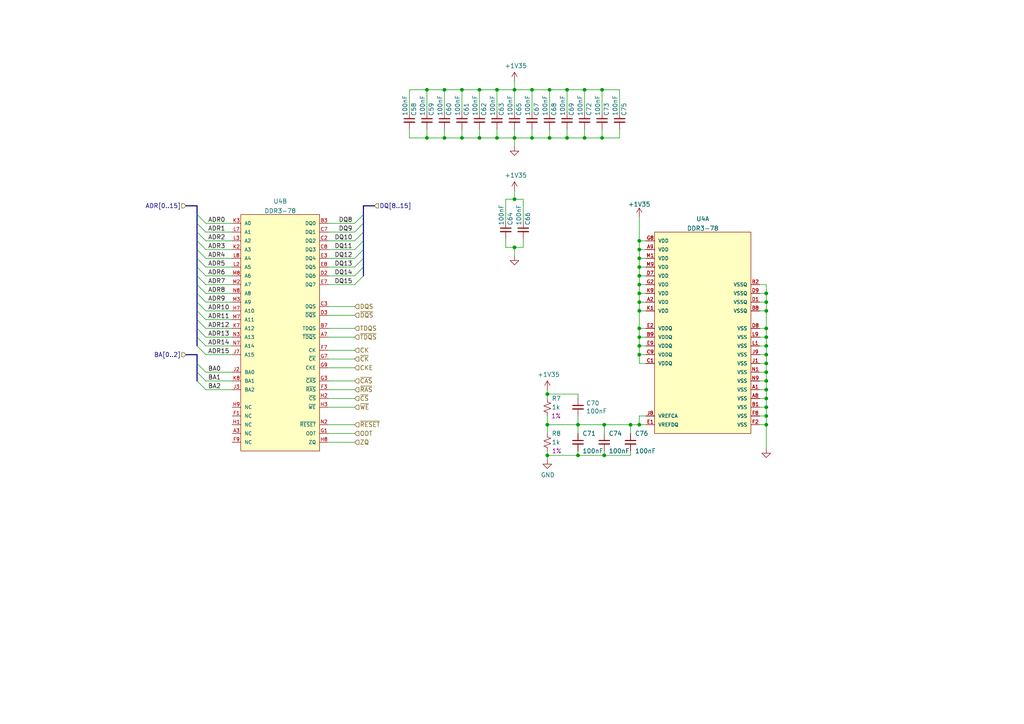
<source format=kicad_sch>
(kicad_sch (version 20211123) (generator eeschema)
  (paper "A4")
  (lib_symbols
    (symbol "DDR3-78_1" (pin_names (offset 1.016))
      (property "Reference" "U" (at 1.27 1.27 0))
      (property "Value" "DDR3-78_1" (at 1.27 3.81 0))
      (symbol "DDR3-78_1_1_1"
        (rectangle (start 0 0) (end 27.94 -58.42) (fill (type background)))
        (pin power_in line (at 30.48 -45.72 180) (length 2.54) (name "VSS") (number "A1"))
        (pin power_in line (at -2.54 -20.32 0) (length 2.54) (name "VDD") (number "A2"))
        (pin power_in line (at 30.48 -48.26 180) (length 2.54) (name "VSS") (number "A8"))
        (pin power_in line (at -2.54 -5.08 0) (length 2.54) (name "VDD") (number "A9"))
        (pin power_in line (at 30.48 -50.8 180) (length 2.54) (name "VSS") (number "B1"))
        (pin power_in line (at 30.48 -15.24 180) (length 2.54) (name "VSSQ") (number "B2"))
        (pin power_in line (at 30.48 -22.86 180) (length 2.54) (name "VSSQ") (number "B8"))
        (pin power_in line (at -2.54 -30.48 0) (length 2.54) (name "VDDQ") (number "B9"))
        (pin power_in line (at -2.54 -38.1 0) (length 2.54) (name "VDDQ") (number "C1"))
        (pin power_in line (at -2.54 -35.56 0) (length 2.54) (name "VDDQ") (number "C9"))
        (pin power_in line (at 30.48 -20.32 180) (length 2.54) (name "VSSQ") (number "D1"))
        (pin power_in line (at -2.54 -12.7 0) (length 2.54) (name "VDD") (number "D7"))
        (pin power_in line (at 30.48 -27.94 180) (length 2.54) (name "VSS") (number "D8"))
        (pin power_in line (at 30.48 -17.78 180) (length 2.54) (name "VSSQ") (number "D9"))
        (pin power_in line (at -2.54 -55.88 0) (length 2.54) (name "VREFDQ") (number "E1"))
        (pin power_in line (at -2.54 -27.94 0) (length 2.54) (name "VDDQ") (number "E2"))
        (pin power_in line (at -2.54 -33.02 0) (length 2.54) (name "VDDQ") (number "E9"))
        (pin power_in line (at 30.48 -55.88 180) (length 2.54) (name "VSS") (number "F2"))
        (pin power_in line (at 30.48 -53.34 180) (length 2.54) (name "VSS") (number "F8"))
        (pin power_in line (at -2.54 -15.24 0) (length 2.54) (name "VDD") (number "G2"))
        (pin power_in line (at -2.54 -2.54 0) (length 2.54) (name "VDD") (number "G8"))
        (pin power_in line (at 30.48 -38.1 180) (length 2.54) (name "VSS") (number "J1"))
        (pin power_in line (at -2.54 -53.34 0) (length 2.54) (name "VREFCA") (number "J8"))
        (pin power_in line (at 30.48 -35.56 180) (length 2.54) (name "VSS") (number "J9"))
        (pin power_in line (at -2.54 -22.86 0) (length 2.54) (name "VDD") (number "K1"))
        (pin power_in line (at -2.54 -17.78 0) (length 2.54) (name "VDD") (number "K9"))
        (pin power_in line (at 30.48 -33.02 180) (length 2.54) (name "VSS") (number "L1"))
        (pin power_in line (at 30.48 -30.48 180) (length 2.54) (name "VSS") (number "L9"))
        (pin power_in line (at -2.54 -7.62 0) (length 2.54) (name "VDD") (number "M1"))
        (pin power_in line (at -2.54 -10.16 0) (length 2.54) (name "VDD") (number "M9"))
        (pin power_in line (at 30.48 -40.64 180) (length 2.54) (name "VSS") (number "N1"))
        (pin power_in line (at 30.48 -43.18 180) (length 2.54) (name "VSS") (number "N9"))
      )
      (symbol "DDR3-78_1_2_1"
        (rectangle (start 0 0) (end 22.86 -68.58) (fill (type background)))
        (pin bidirectional line (at -2.54 -63.5 0) (length 2.54) (name "NC") (number "A3"))
        (pin bidirectional line (at 25.4 -35.56 180) (length 2.54) (name "~{TDQS}") (number "A7"))
        (pin bidirectional line (at 25.4 -2.54 180) (length 2.54) (name "DQ0") (number "B3"))
        (pin bidirectional line (at 25.4 -33.02 180) (length 2.54) (name "TDQS") (number "B7"))
        (pin bidirectional line (at 25.4 -7.62 180) (length 2.54) (name "DQ2") (number "C2"))
        (pin bidirectional line (at 25.4 -26.67 180) (length 2.54) (name "DQS") (number "C3"))
        (pin bidirectional line (at 25.4 -5.08 180) (length 2.54) (name "DQ1") (number "C7"))
        (pin bidirectional line (at 25.4 -10.16 180) (length 2.54) (name "DQ3") (number "C8"))
        (pin bidirectional line (at 25.4 -17.78 180) (length 2.54) (name "DQ6") (number "D2"))
        (pin bidirectional line (at 25.4 -29.21 180) (length 2.54) (name "~{DQS}") (number "D3"))
        (pin bidirectional line (at 25.4 -12.7 180) (length 2.54) (name "DQ4") (number "E3"))
        (pin bidirectional line (at 25.4 -20.32 180) (length 2.54) (name "DQ7") (number "E7"))
        (pin bidirectional line (at 25.4 -15.24 180) (length 2.54) (name "DQ5") (number "E8"))
        (pin power_in line (at -2.54 -58.42 0) (length 2.54) (name "NC") (number "F1"))
        (pin input line (at 25.4 -50.8 180) (length 2.54) (name "~{RAS}") (number "F3"))
        (pin input line (at 25.4 -39.37 180) (length 2.54) (name "CK") (number "F7"))
        (pin power_in line (at -2.54 -66.04 0) (length 2.54) (name "NC") (number "F9"))
        (pin power_in line (at 25.4 -66.04 180) (length 2.54) (name "ODT") (number "G1"))
        (pin input line (at 25.4 -48.26 180) (length 2.54) (name "~{CAS}") (number "G3"))
        (pin input line (at 25.4 -41.91 180) (length 2.54) (name "~{CK}") (number "G7"))
        (pin input line (at 25.4 -44.45 180) (length 2.54) (name "CKE") (number "G9"))
        (pin power_in line (at -2.54 -60.96 0) (length 2.54) (name "NC") (number "H1"))
        (pin power_in line (at 25.4 -55.88 180) (length 2.54) (name "~{CS}") (number "H2"))
        (pin bidirectional line (at 25.4 -58.42 180) (length 2.54) (name "~{WE}") (number "H3"))
        (pin input line (at -2.54 -27.94 0) (length 2.54) (name "A10") (number "H7"))
        (pin bidirectional line (at 25.4 -60.96 180) (length 2.54) (name "ZQ") (number "H8"))
        (pin power_in line (at -2.54 -55.88 0) (length 2.54) (name "NC") (number "H9"))
        (pin input line (at -2.54 -45.72 0) (length 2.54) (name "BA0") (number "J2"))
        (pin input line (at -2.54 -50.8 0) (length 2.54) (name "BA2") (number "J3"))
        (pin input line (at -2.54 -40.64 0) (length 2.54) (name "A15") (number "J7"))
        (pin input line (at -2.54 -10.16 0) (length 2.54) (name "A3") (number "K2"))
        (pin input line (at -2.54 -2.54 0) (length 2.54) (name "A0") (number "K3"))
        (pin input line (at -2.54 -33.02 0) (length 2.54) (name "A12") (number "K7"))
        (pin input line (at -2.54 -48.26 0) (length 2.54) (name "BA1") (number "K8"))
        (pin input line (at -2.54 -15.24 0) (length 2.54) (name "A5") (number "L2"))
        (pin input line (at -2.54 -7.62 0) (length 2.54) (name "A2") (number "L3"))
        (pin input line (at -2.54 -5.08 0) (length 2.54) (name "A1") (number "L7"))
        (pin input line (at -2.54 -12.7 0) (length 2.54) (name "A4") (number "L8"))
        (pin input line (at -2.54 -20.32 0) (length 2.54) (name "A7") (number "M2"))
        (pin input line (at -2.54 -25.4 0) (length 2.54) (name "A9") (number "M3"))
        (pin input line (at -2.54 -30.48 0) (length 2.54) (name "A11") (number "M7"))
        (pin input line (at -2.54 -17.78 0) (length 2.54) (name "A6") (number "M8"))
        (pin input line (at 25.4 -63.5 180) (length 2.54) (name "~{RESET}") (number "N2"))
        (pin input line (at -2.54 -35.56 0) (length 2.54) (name "A13") (number "N3"))
        (pin input line (at -2.54 -38.1 0) (length 2.54) (name "A14") (number "N7"))
        (pin input line (at -2.54 -22.86 0) (length 2.54) (name "A8") (number "N8"))
      )
    )
    (symbol "Device:C_Small" (pin_numbers hide) (pin_names (offset 0.254) hide)
      (property "Reference" "C" (at 0.254 1.778 0))
      (property "Value" "C_Small" (at 0.254 -2.032 0))
      (symbol "C_Small_0_1"
        (polyline (pts (xy -1.524 -0.508) (xy 1.524 -0.508)) (stroke (width 0.3302)))
        (polyline (pts (xy -1.524 0.508) (xy 1.524 0.508)) (stroke (width 0.3048)))
      )
      (symbol "C_Small_1_1"
        (pin passive line (at 0 2.54 270) (length 2.032) (name "~") (number "1"))
        (pin passive line (at 0 -2.54 90) (length 2.032) (name "~") (number "2"))
      )
    )
    (symbol "Device:R_Small_US" (pin_numbers hide) (pin_names (offset 0.254) hide)
      (property "Reference" "R" (at 0.762 0.508 0))
      (property "Value" "R_Small_US" (at 0.762 -1.016 0))
      (symbol "R_Small_US_1_1"
        (polyline (pts (xy 0 0) (xy 1.016 -0.381) (xy 0 -0.762) (xy -1.016 -1.143) (xy 0 -1.524)))
        (polyline (pts (xy 0 1.524) (xy 1.016 1.143) (xy 0 0.762) (xy -1.016 0.381) (xy 0 0)))
        (pin passive line (at 0 2.54 270) (length 1.016) (name "~") (number "1"))
        (pin passive line (at 0 -2.54 90) (length 1.016) (name "~") (number "2"))
      )
    )
    (symbol "ddr3:DDR3-78" (pin_names (offset 1.016))
      (property "Reference" "U" (at 1.27 1.27 0))
      (property "Value" "DDR3-78" (at 1.27 3.81 0))
      (symbol "DDR3-78_1_1"
        (rectangle (start 0 0) (end 27.94 -58.42) (fill (type background)))
        (pin power_in line (at 30.48 -45.72 180) (length 2.54) (name "VSS") (number "A1"))
        (pin power_in line (at -2.54 -20.32 0) (length 2.54) (name "VDD") (number "A2"))
        (pin power_in line (at 30.48 -48.26 180) (length 2.54) (name "VSS") (number "A8"))
        (pin power_in line (at -2.54 -5.08 0) (length 2.54) (name "VDD") (number "A9"))
        (pin power_in line (at 30.48 -50.8 180) (length 2.54) (name "VSS") (number "B1"))
        (pin power_in line (at 30.48 -15.24 180) (length 2.54) (name "VSSQ") (number "B2"))
        (pin power_in line (at 30.48 -22.86 180) (length 2.54) (name "VSSQ") (number "B8"))
        (pin power_in line (at -2.54 -30.48 0) (length 2.54) (name "VDDQ") (number "B9"))
        (pin power_in line (at -2.54 -38.1 0) (length 2.54) (name "VDDQ") (number "C1"))
        (pin power_in line (at -2.54 -35.56 0) (length 2.54) (name "VDDQ") (number "C9"))
        (pin power_in line (at 30.48 -20.32 180) (length 2.54) (name "VSSQ") (number "D1"))
        (pin power_in line (at -2.54 -12.7 0) (length 2.54) (name "VDD") (number "D7"))
        (pin power_in line (at 30.48 -27.94 180) (length 2.54) (name "VSS") (number "D8"))
        (pin power_in line (at 30.48 -17.78 180) (length 2.54) (name "VSSQ") (number "D9"))
        (pin power_in line (at -2.54 -55.88 0) (length 2.54) (name "VREFDQ") (number "E1"))
        (pin power_in line (at -2.54 -27.94 0) (length 2.54) (name "VDDQ") (number "E2"))
        (pin power_in line (at -2.54 -33.02 0) (length 2.54) (name "VDDQ") (number "E9"))
        (pin power_in line (at 30.48 -55.88 180) (length 2.54) (name "VSS") (number "F2"))
        (pin power_in line (at 30.48 -53.34 180) (length 2.54) (name "VSS") (number "F8"))
        (pin power_in line (at -2.54 -15.24 0) (length 2.54) (name "VDD") (number "G2"))
        (pin power_in line (at -2.54 -2.54 0) (length 2.54) (name "VDD") (number "G8"))
        (pin power_in line (at 30.48 -38.1 180) (length 2.54) (name "VSS") (number "J1"))
        (pin power_in line (at -2.54 -53.34 0) (length 2.54) (name "VREFCA") (number "J8"))
        (pin power_in line (at 30.48 -35.56 180) (length 2.54) (name "VSS") (number "J9"))
        (pin power_in line (at -2.54 -22.86 0) (length 2.54) (name "VDD") (number "K1"))
        (pin power_in line (at -2.54 -17.78 0) (length 2.54) (name "VDD") (number "K9"))
        (pin power_in line (at 30.48 -33.02 180) (length 2.54) (name "VSS") (number "L1"))
        (pin power_in line (at 30.48 -30.48 180) (length 2.54) (name "VSS") (number "L9"))
        (pin power_in line (at -2.54 -7.62 0) (length 2.54) (name "VDD") (number "M1"))
        (pin power_in line (at -2.54 -10.16 0) (length 2.54) (name "VDD") (number "M9"))
        (pin power_in line (at 30.48 -40.64 180) (length 2.54) (name "VSS") (number "N1"))
        (pin power_in line (at 30.48 -43.18 180) (length 2.54) (name "VSS") (number "N9"))
      )
      (symbol "DDR3-78_2_1"
        (rectangle (start 0 0) (end 22.86 -68.58) (fill (type background)))
        (pin bidirectional line (at -2.54 -63.5 0) (length 2.54) (name "NC") (number "A3"))
        (pin bidirectional line (at 25.4 -35.56 180) (length 2.54) (name "~{TDQS}") (number "A7"))
        (pin bidirectional line (at 25.4 -2.54 180) (length 2.54) (name "DQ0") (number "B3"))
        (pin bidirectional line (at 25.4 -33.02 180) (length 2.54) (name "TDQS") (number "B7"))
        (pin bidirectional line (at 25.4 -7.62 180) (length 2.54) (name "DQ2") (number "C2"))
        (pin bidirectional line (at 25.4 -26.67 180) (length 2.54) (name "DQS") (number "C3"))
        (pin bidirectional line (at 25.4 -5.08 180) (length 2.54) (name "DQ1") (number "C7"))
        (pin bidirectional line (at 25.4 -10.16 180) (length 2.54) (name "DQ3") (number "C8"))
        (pin bidirectional line (at 25.4 -17.78 180) (length 2.54) (name "DQ6") (number "D2"))
        (pin bidirectional line (at 25.4 -29.21 180) (length 2.54) (name "~{DQS}") (number "D3"))
        (pin bidirectional line (at 25.4 -12.7 180) (length 2.54) (name "DQ4") (number "E3"))
        (pin bidirectional line (at 25.4 -20.32 180) (length 2.54) (name "DQ7") (number "E7"))
        (pin bidirectional line (at 25.4 -15.24 180) (length 2.54) (name "DQ5") (number "E8"))
        (pin power_in line (at -2.54 -58.42 0) (length 2.54) (name "NC") (number "F1"))
        (pin input line (at 25.4 -50.8 180) (length 2.54) (name "~{RAS}") (number "F3"))
        (pin input line (at 25.4 -39.37 180) (length 2.54) (name "CK") (number "F7"))
        (pin power_in line (at -2.54 -66.04 0) (length 2.54) (name "NC") (number "F9"))
        (pin input line (at 25.4 -63.5 180) (length 2.54) (name "ODT") (number "G1"))
        (pin input line (at 25.4 -48.26 180) (length 2.54) (name "~{CAS}") (number "G3"))
        (pin input line (at 25.4 -41.91 180) (length 2.54) (name "~{CK}") (number "G7"))
        (pin input line (at 25.4 -44.45 180) (length 2.54) (name "CKE") (number "G9"))
        (pin power_in line (at -2.54 -60.96 0) (length 2.54) (name "NC") (number "H1"))
        (pin input line (at 25.4 -53.34 180) (length 2.54) (name "~{CS}") (number "H2"))
        (pin input line (at 25.4 -55.88 180) (length 2.54) (name "~{WE}") (number "H3"))
        (pin input line (at -2.54 -27.94 0) (length 2.54) (name "A10") (number "H7"))
        (pin input line (at 25.4 -66.04 180) (length 2.54) (name "ZQ") (number "H8"))
        (pin power_in line (at -2.54 -55.88 0) (length 2.54) (name "NC") (number "H9"))
        (pin input line (at -2.54 -45.72 0) (length 2.54) (name "BA0") (number "J2"))
        (pin input line (at -2.54 -50.8 0) (length 2.54) (name "BA2") (number "J3"))
        (pin input line (at -2.54 -40.64 0) (length 2.54) (name "A15") (number "J7"))
        (pin input line (at -2.54 -10.16 0) (length 2.54) (name "A3") (number "K2"))
        (pin input line (at -2.54 -2.54 0) (length 2.54) (name "A0") (number "K3"))
        (pin input line (at -2.54 -33.02 0) (length 2.54) (name "A12") (number "K7"))
        (pin input line (at -2.54 -48.26 0) (length 2.54) (name "BA1") (number "K8"))
        (pin input line (at -2.54 -15.24 0) (length 2.54) (name "A5") (number "L2"))
        (pin input line (at -2.54 -7.62 0) (length 2.54) (name "A2") (number "L3"))
        (pin input line (at -2.54 -5.08 0) (length 2.54) (name "A1") (number "L7"))
        (pin input line (at -2.54 -12.7 0) (length 2.54) (name "A4") (number "L8"))
        (pin input line (at -2.54 -20.32 0) (length 2.54) (name "A7") (number "M2"))
        (pin input line (at -2.54 -25.4 0) (length 2.54) (name "A9") (number "M3"))
        (pin input line (at -2.54 -30.48 0) (length 2.54) (name "A11") (number "M7"))
        (pin input line (at -2.54 -17.78 0) (length 2.54) (name "A6") (number "M8"))
        (pin input line (at 25.4 -60.96 180) (length 2.54) (name "~{RESET}") (number "N2"))
        (pin input line (at -2.54 -35.56 0) (length 2.54) (name "A13") (number "N3"))
        (pin input line (at -2.54 -38.1 0) (length 2.54) (name "A14") (number "N7"))
        (pin input line (at -2.54 -22.86 0) (length 2.54) (name "A8") (number "N8"))
      )
    )
    (symbol "power:+1V35" (power) (pin_names (offset 0))
      (property "Value" "+1V35" (at 0 3.556 0))
      (symbol "+1V35_0_1"
        (polyline (pts (xy -0.762 1.27) (xy 0 2.54)))
        (polyline (pts (xy 0 0) (xy 0 2.54)))
        (polyline (pts (xy 0 2.54) (xy 0.762 1.27)))
      )
      (symbol "+1V35_1_1"
        (pin power_in line (at 0 0 90) (length 0) hide (name "+1V35") (number "1"))
      )
    )
    (symbol "power:GND" (power) (pin_names (offset 0))
      (property "Value" "GND" (at 0 -3.81 0))
      (symbol "GND_0_1"
        (polyline (pts (xy 0 0) (xy 0 -1.27) (xy 1.27 -1.27) (xy 0 -2.54) (xy -1.27 -1.27) (xy 0 -1.27)))
      )
      (symbol "GND_1_1"
        (pin power_in line (at 0 0 270) (length 0) hide (name "GND") (number "1"))
      )
    )
  )
  (junction (at 149.225 40.005))
  (junction (at 133.985 26.035))
  (junction (at 123.825 26.035))
  (junction (at 149.225 71.755))
  (junction (at 222.25 123.19))
  (junction (at 185.42 80.01))
  (junction (at 182.88 123.19))
  (junction (at 222.25 113.03))
  (junction (at 185.42 90.17))
  (junction (at 222.25 107.95))
  (junction (at 175.26 123.19))
  (junction (at 222.25 90.17))
  (junction (at 167.64 123.19))
  (junction (at 185.42 87.63))
  (junction (at 222.25 97.79))
  (junction (at 139.065 40.005))
  (junction (at 154.305 26.035))
  (junction (at 158.75 123.19))
  (junction (at 175.26 132.08))
  (junction (at 174.625 26.035))
  (junction (at 158.75 114.3))
  (junction (at 222.25 118.11))
  (junction (at 185.42 74.93))
  (junction (at 169.545 40.005))
  (junction (at 128.905 26.035))
  (junction (at 222.25 87.63))
  (junction (at 222.25 120.65))
  (junction (at 133.985 40.005))
  (junction (at 164.465 26.035))
  (junction (at 185.42 85.09))
  (junction (at 159.385 26.035))
  (junction (at 222.25 85.09))
  (junction (at 185.42 97.79))
  (junction (at 164.465 40.005))
  (junction (at 149.225 57.785))
  (junction (at 123.825 40.005))
  (junction (at 222.25 105.41))
  (junction (at 185.42 102.87))
  (junction (at 222.25 100.33))
  (junction (at 185.42 123.19))
  (junction (at 158.75 132.08))
  (junction (at 159.385 40.005))
  (junction (at 222.25 102.87))
  (junction (at 144.145 40.005))
  (junction (at 185.42 69.85))
  (junction (at 139.065 26.035))
  (junction (at 167.64 132.08))
  (junction (at 185.42 72.39))
  (junction (at 185.42 82.55))
  (junction (at 185.42 95.25))
  (junction (at 154.305 40.005))
  (junction (at 222.25 95.25))
  (junction (at 174.625 40.005))
  (junction (at 169.545 26.035))
  (junction (at 128.905 40.005))
  (junction (at 144.145 26.035))
  (junction (at 185.42 100.33))
  (junction (at 185.42 77.47))
  (junction (at 149.225 26.035))
  (junction (at 222.25 110.49))
  (junction (at 222.25 115.57))
  (bus_entry (at 105.41 74.93) (size -2.54 2.54))
  (bus_entry (at 105.41 80.01) (size -2.54 2.54))
  (bus_entry (at 57.15 97.79) (size 2.54 2.54))
  (bus_entry (at 57.15 92.71) (size 2.54 2.54))
  (bus_entry (at 57.15 107.95) (size 2.54 2.54))
  (bus_entry (at 57.15 90.17) (size 2.54 2.54))
  (bus_entry (at 105.41 77.47) (size -2.54 2.54))
  (bus_entry (at 57.15 87.63) (size 2.54 2.54))
  (bus_entry (at 57.15 85.09) (size 2.54 2.54))
  (bus_entry (at 57.15 100.33) (size 2.54 2.54))
  (bus_entry (at 57.15 105.41) (size 2.54 2.54))
  (bus_entry (at 105.41 69.85) (size -2.54 2.54))
  (bus_entry (at 57.15 95.25) (size 2.54 2.54))
  (bus_entry (at 57.15 64.77) (size 2.54 2.54))
  (bus_entry (at 57.15 77.47) (size 2.54 2.54))
  (bus_entry (at 57.15 69.85) (size 2.54 2.54))
  (bus_entry (at 57.15 82.55) (size 2.54 2.54))
  (bus_entry (at 57.15 67.31) (size 2.54 2.54))
  (bus_entry (at 105.41 64.77) (size -2.54 2.54))
  (bus_entry (at 105.41 62.23) (size -2.54 2.54))
  (bus_entry (at 105.41 67.31) (size -2.54 2.54))
  (bus_entry (at 57.15 74.93) (size 2.54 2.54))
  (bus_entry (at 57.15 110.49) (size 2.54 2.54))
  (bus_entry (at 105.41 72.39) (size -2.54 2.54))
  (bus_entry (at 57.15 80.01) (size 2.54 2.54))
  (bus_entry (at 57.15 72.39) (size 2.54 2.54))
  (bus_entry (at 57.15 62.23) (size 2.54 2.54))
  (wire (pts (xy 118.745 26.035) (xy 123.825 26.035)))
  (wire (pts (xy 159.385 40.005) (xy 154.305 40.005)))
  (wire (pts (xy 123.825 26.035) (xy 128.905 26.035)))
  (wire (pts (xy 95.25 101.6) (xy 102.87 101.6)))
  (wire (pts (xy 164.465 37.465) (xy 164.465 40.005)))
  (wire (pts (xy 139.065 40.005) (xy 144.145 40.005)))
  (wire (pts (xy 185.42 120.65) (xy 187.325 120.65)))
  (wire (pts (xy 59.69 72.39) (xy 67.31 72.39)))
  (wire (pts (xy 95.25 88.9) (xy 102.87 88.9)))
  (wire (pts (xy 185.42 74.93) (xy 185.42 77.47)))
  (wire (pts (xy 59.69 90.17) (xy 67.31 90.17)))
  (wire (pts (xy 95.25 110.49) (xy 102.87 110.49)))
  (wire (pts (xy 175.26 130.81) (xy 175.26 132.08)))
  (wire (pts (xy 149.225 26.035) (xy 149.225 32.385)))
  (wire (pts (xy 59.69 87.63) (xy 67.31 87.63)))
  (wire (pts (xy 95.25 104.14) (xy 102.87 104.14)))
  (bus (pts (xy 57.15 80.01) (xy 57.15 82.55)))
  (wire (pts (xy 222.25 90.17) (xy 220.345 90.17)))
  (wire (pts (xy 222.25 105.41) (xy 220.345 105.41)))
  (wire (pts (xy 59.69 69.85) (xy 67.31 69.85)))
  (wire (pts (xy 151.765 64.135) (xy 151.765 57.785)))
  (wire (pts (xy 222.25 123.19) (xy 220.345 123.19)))
  (bus (pts (xy 57.15 82.55) (xy 57.15 85.09)))
  (wire (pts (xy 95.25 106.68) (xy 102.87 106.68)))
  (wire (pts (xy 185.42 77.47) (xy 185.42 80.01)))
  (wire (pts (xy 222.25 100.33) (xy 220.345 100.33)))
  (bus (pts (xy 105.41 62.23) (xy 105.41 64.77)))
  (wire (pts (xy 158.75 114.3) (xy 158.75 113.03)))
  (wire (pts (xy 118.745 37.465) (xy 118.745 40.005)))
  (wire (pts (xy 222.25 107.95) (xy 220.345 107.95)))
  (wire (pts (xy 167.64 123.19) (xy 158.75 123.19)))
  (wire (pts (xy 102.87 77.47) (xy 95.25 77.47)))
  (wire (pts (xy 149.225 57.785) (xy 151.765 57.785)))
  (wire (pts (xy 222.25 120.65) (xy 220.345 120.65)))
  (wire (pts (xy 149.225 57.785) (xy 149.225 55.245)))
  (wire (pts (xy 222.25 115.57) (xy 220.345 115.57)))
  (bus (pts (xy 57.15 77.47) (xy 57.15 80.01)))
  (wire (pts (xy 185.42 90.17) (xy 187.325 90.17)))
  (wire (pts (xy 222.25 82.55) (xy 222.25 85.09)))
  (wire (pts (xy 95.25 91.44) (xy 102.87 91.44)))
  (wire (pts (xy 185.42 74.93) (xy 187.325 74.93)))
  (bus (pts (xy 57.15 62.23) (xy 57.15 64.77)))
  (wire (pts (xy 159.385 26.035) (xy 164.465 26.035)))
  (wire (pts (xy 158.75 130.81) (xy 158.75 132.08)))
  (wire (pts (xy 222.25 113.03) (xy 222.25 110.49)))
  (bus (pts (xy 57.15 85.09) (xy 57.15 87.63)))
  (wire (pts (xy 182.88 123.19) (xy 185.42 123.19)))
  (wire (pts (xy 185.42 102.87) (xy 187.325 102.87)))
  (wire (pts (xy 102.87 69.85) (xy 95.25 69.85)))
  (bus (pts (xy 57.15 97.79) (xy 57.15 100.33)))
  (bus (pts (xy 57.15 102.87) (xy 57.15 105.41)))
  (wire (pts (xy 59.69 107.95) (xy 67.31 107.95)))
  (wire (pts (xy 174.625 32.385) (xy 174.625 26.035)))
  (wire (pts (xy 95.25 97.79) (xy 102.87 97.79)))
  (wire (pts (xy 59.69 100.33) (xy 67.31 100.33)))
  (wire (pts (xy 185.42 72.39) (xy 185.42 74.93)))
  (wire (pts (xy 185.42 97.79) (xy 187.325 97.79)))
  (wire (pts (xy 59.69 67.31) (xy 67.31 67.31)))
  (wire (pts (xy 174.625 37.465) (xy 174.625 40.005)))
  (wire (pts (xy 185.42 69.85) (xy 187.325 69.85)))
  (wire (pts (xy 164.465 32.385) (xy 164.465 26.035)))
  (wire (pts (xy 185.42 100.33) (xy 185.42 102.87)))
  (wire (pts (xy 167.64 130.81) (xy 167.64 132.08)))
  (wire (pts (xy 222.25 102.87) (xy 220.345 102.87)))
  (wire (pts (xy 185.42 95.25) (xy 185.42 97.79)))
  (wire (pts (xy 185.42 80.01) (xy 185.42 82.55)))
  (wire (pts (xy 154.305 40.005) (xy 149.225 40.005)))
  (wire (pts (xy 159.385 32.385) (xy 159.385 26.035)))
  (wire (pts (xy 128.905 32.385) (xy 128.905 26.035)))
  (wire (pts (xy 222.25 97.79) (xy 220.345 97.79)))
  (wire (pts (xy 59.69 64.77) (xy 67.31 64.77)))
  (wire (pts (xy 169.545 40.005) (xy 164.465 40.005)))
  (bus (pts (xy 57.15 95.25) (xy 57.15 97.79)))
  (wire (pts (xy 222.25 118.11) (xy 220.345 118.11)))
  (wire (pts (xy 95.25 115.57) (xy 102.87 115.57)))
  (wire (pts (xy 185.42 85.09) (xy 185.42 87.63)))
  (wire (pts (xy 185.42 69.85) (xy 185.42 72.39)))
  (wire (pts (xy 185.42 123.19) (xy 187.325 123.19)))
  (wire (pts (xy 174.625 40.005) (xy 169.545 40.005)))
  (wire (pts (xy 185.42 85.09) (xy 187.325 85.09)))
  (wire (pts (xy 182.88 125.73) (xy 182.88 123.19)))
  (wire (pts (xy 185.42 82.55) (xy 187.325 82.55)))
  (wire (pts (xy 185.42 82.55) (xy 185.42 85.09)))
  (wire (pts (xy 222.25 123.19) (xy 222.25 120.65)))
  (bus (pts (xy 57.15 67.31) (xy 57.15 69.85)))
  (wire (pts (xy 95.25 123.19) (xy 102.87 123.19)))
  (wire (pts (xy 59.69 92.71) (xy 67.31 92.71)))
  (wire (pts (xy 154.305 37.465) (xy 154.305 40.005)))
  (wire (pts (xy 149.225 26.035) (xy 149.225 23.495)))
  (wire (pts (xy 175.26 132.08) (xy 167.64 132.08)))
  (wire (pts (xy 174.625 26.035) (xy 179.705 26.035)))
  (wire (pts (xy 179.705 40.005) (xy 174.625 40.005)))
  (wire (pts (xy 133.985 26.035) (xy 139.065 26.035)))
  (bus (pts (xy 105.41 77.47) (xy 105.41 80.01)))
  (wire (pts (xy 169.545 37.465) (xy 169.545 40.005)))
  (bus (pts (xy 57.15 92.71) (xy 57.15 95.25)))
  (wire (pts (xy 59.69 74.93) (xy 67.31 74.93)))
  (bus (pts (xy 105.41 72.39) (xy 105.41 74.93)))
  (wire (pts (xy 154.305 26.035) (xy 159.385 26.035)))
  (bus (pts (xy 57.15 90.17) (xy 57.15 92.71)))
  (wire (pts (xy 59.69 80.01) (xy 67.31 80.01)))
  (wire (pts (xy 222.25 90.17) (xy 222.25 95.25)))
  (wire (pts (xy 169.545 26.035) (xy 174.625 26.035)))
  (wire (pts (xy 220.345 87.63) (xy 222.25 87.63)))
  (wire (pts (xy 118.745 40.005) (xy 123.825 40.005)))
  (wire (pts (xy 222.25 97.79) (xy 222.25 95.25)))
  (wire (pts (xy 164.465 40.005) (xy 159.385 40.005)))
  (wire (pts (xy 102.87 72.39) (xy 95.25 72.39)))
  (wire (pts (xy 222.25 105.41) (xy 222.25 102.87)))
  (wire (pts (xy 185.42 87.63) (xy 185.42 90.17)))
  (bus (pts (xy 57.15 87.63) (xy 57.15 90.17)))
  (wire (pts (xy 222.25 115.57) (xy 222.25 113.03)))
  (bus (pts (xy 57.15 69.85) (xy 57.15 72.39)))
  (wire (pts (xy 158.75 115.57) (xy 158.75 114.3)))
  (wire (pts (xy 102.87 80.01) (xy 95.25 80.01)))
  (bus (pts (xy 57.15 64.77) (xy 57.15 67.31)))
  (wire (pts (xy 149.225 42.545) (xy 149.225 40.005)))
  (wire (pts (xy 59.69 110.49) (xy 67.31 110.49)))
  (wire (pts (xy 185.42 87.63) (xy 187.325 87.63)))
  (wire (pts (xy 118.745 32.385) (xy 118.745 26.035)))
  (wire (pts (xy 139.065 32.385) (xy 139.065 26.035)))
  (wire (pts (xy 59.69 113.03) (xy 67.31 113.03)))
  (wire (pts (xy 158.75 123.19) (xy 158.75 120.65)))
  (wire (pts (xy 102.87 82.55) (xy 95.25 82.55)))
  (bus (pts (xy 105.41 74.93) (xy 105.41 77.47)))
  (wire (pts (xy 182.88 132.08) (xy 175.26 132.08)))
  (wire (pts (xy 185.42 102.87) (xy 185.42 105.41)))
  (bus (pts (xy 57.15 72.39) (xy 57.15 74.93)))
  (wire (pts (xy 187.325 105.41) (xy 185.42 105.41)))
  (wire (pts (xy 146.685 64.135) (xy 146.685 57.785)))
  (wire (pts (xy 185.42 95.25) (xy 187.325 95.25)))
  (wire (pts (xy 154.305 32.385) (xy 154.305 26.035)))
  (wire (pts (xy 149.225 40.005) (xy 149.225 37.465)))
  (bus (pts (xy 108.585 59.69) (xy 105.41 59.69)))
  (wire (pts (xy 144.145 26.035) (xy 149.225 26.035)))
  (wire (pts (xy 59.69 77.47) (xy 67.31 77.47)))
  (wire (pts (xy 146.685 69.215) (xy 146.685 71.755)))
  (wire (pts (xy 222.25 90.17) (xy 222.25 87.63)))
  (wire (pts (xy 102.87 74.93) (xy 95.25 74.93)))
  (wire (pts (xy 179.705 40.005) (xy 179.705 37.465)))
  (wire (pts (xy 144.145 40.005) (xy 149.225 40.005)))
  (wire (pts (xy 159.385 37.465) (xy 159.385 40.005)))
  (wire (pts (xy 128.905 26.035) (xy 133.985 26.035)))
  (wire (pts (xy 128.905 40.005) (xy 133.985 40.005)))
  (wire (pts (xy 167.64 123.19) (xy 167.64 125.73)))
  (wire (pts (xy 149.225 71.755) (xy 151.765 71.755)))
  (wire (pts (xy 123.825 32.385) (xy 123.825 26.035)))
  (wire (pts (xy 146.685 71.755) (xy 149.225 71.755)))
  (wire (pts (xy 222.25 130.175) (xy 222.25 123.19)))
  (wire (pts (xy 164.465 26.035) (xy 169.545 26.035)))
  (wire (pts (xy 133.985 37.465) (xy 133.985 40.005)))
  (wire (pts (xy 167.64 132.08) (xy 158.75 132.08)))
  (wire (pts (xy 123.825 40.005) (xy 128.905 40.005)))
  (wire (pts (xy 222.25 95.25) (xy 220.345 95.25)))
  (bus (pts (xy 105.41 64.77) (xy 105.41 67.31)))
  (wire (pts (xy 95.25 118.11) (xy 102.87 118.11)))
  (wire (pts (xy 102.87 67.31) (xy 95.25 67.31)))
  (wire (pts (xy 185.42 100.33) (xy 187.325 100.33)))
  (wire (pts (xy 169.545 32.385) (xy 169.545 26.035)))
  (wire (pts (xy 220.345 85.09) (xy 222.25 85.09)))
  (wire (pts (xy 151.765 69.215) (xy 151.765 71.755)))
  (wire (pts (xy 128.905 37.465) (xy 128.905 40.005)))
  (wire (pts (xy 167.64 115.57) (xy 167.64 114.3)))
  (wire (pts (xy 222.25 85.09) (xy 222.25 87.63)))
  (wire (pts (xy 59.69 97.79) (xy 67.31 97.79)))
  (wire (pts (xy 222.25 113.03) (xy 220.345 113.03)))
  (wire (pts (xy 59.69 85.09) (xy 67.31 85.09)))
  (wire (pts (xy 144.145 32.385) (xy 144.145 26.035)))
  (wire (pts (xy 222.25 102.87) (xy 222.25 100.33)))
  (wire (pts (xy 95.25 113.03) (xy 102.87 113.03)))
  (bus (pts (xy 57.15 107.95) (xy 57.15 110.49)))
  (wire (pts (xy 222.25 120.65) (xy 222.25 118.11)))
  (wire (pts (xy 222.25 107.95) (xy 222.25 105.41)))
  (bus (pts (xy 53.975 102.87) (xy 57.15 102.87)))
  (wire (pts (xy 179.705 26.035) (xy 179.705 32.385)))
  (wire (pts (xy 149.225 26.035) (xy 154.305 26.035)))
  (wire (pts (xy 146.685 57.785) (xy 149.225 57.785)))
  (wire (pts (xy 175.26 123.19) (xy 182.88 123.19)))
  (bus (pts (xy 105.41 59.69) (xy 105.41 62.23)))
  (bus (pts (xy 53.975 59.69) (xy 57.15 59.69)))
  (wire (pts (xy 220.345 82.55) (xy 222.25 82.55)))
  (wire (pts (xy 59.69 82.55) (xy 67.31 82.55)))
  (wire (pts (xy 185.42 97.79) (xy 185.42 100.33)))
  (wire (pts (xy 95.25 125.73) (xy 102.87 125.73)))
  (wire (pts (xy 167.64 123.19) (xy 175.26 123.19)))
  (wire (pts (xy 167.64 114.3) (xy 158.75 114.3)))
  (wire (pts (xy 95.25 128.27) (xy 102.87 128.27)))
  (wire (pts (xy 185.42 120.65) (xy 185.42 123.19)))
  (bus (pts (xy 105.41 67.31) (xy 105.41 69.85)))
  (wire (pts (xy 222.25 110.49) (xy 220.345 110.49)))
  (wire (pts (xy 185.42 72.39) (xy 187.325 72.39)))
  (wire (pts (xy 167.64 120.65) (xy 167.64 123.19)))
  (wire (pts (xy 185.42 62.865) (xy 185.42 69.85)))
  (wire (pts (xy 222.25 100.33) (xy 222.25 97.79)))
  (wire (pts (xy 102.87 64.77) (xy 95.25 64.77)))
  (bus (pts (xy 57.15 105.41) (xy 57.15 107.95)))
  (wire (pts (xy 133.985 32.385) (xy 133.985 26.035)))
  (wire (pts (xy 123.825 37.465) (xy 123.825 40.005)))
  (wire (pts (xy 185.42 90.17) (xy 185.42 95.25)))
  (bus (pts (xy 57.15 59.69) (xy 57.15 62.23)))
  (wire (pts (xy 185.42 77.47) (xy 187.325 77.47)))
  (wire (pts (xy 59.69 102.87) (xy 67.31 102.87)))
  (wire (pts (xy 149.225 71.755) (xy 149.225 74.295)))
  (wire (pts (xy 175.26 123.19) (xy 175.26 125.73)))
  (wire (pts (xy 133.985 40.005) (xy 139.065 40.005)))
  (wire (pts (xy 182.88 130.81) (xy 182.88 132.08)))
  (bus (pts (xy 57.15 74.93) (xy 57.15 77.47)))
  (wire (pts (xy 144.145 37.465) (xy 144.145 40.005)))
  (wire (pts (xy 222.25 110.49) (xy 222.25 107.95)))
  (wire (pts (xy 139.065 37.465) (xy 139.065 40.005)))
  (wire (pts (xy 185.42 80.01) (xy 187.325 80.01)))
  (bus (pts (xy 105.41 69.85) (xy 105.41 72.39)))
  (wire (pts (xy 139.065 26.035) (xy 144.145 26.035)))
  (wire (pts (xy 158.75 125.73) (xy 158.75 123.19)))
  (wire (pts (xy 95.25 95.25) (xy 102.87 95.25)))
  (wire (pts (xy 158.75 132.08) (xy 158.75 133.35)))
  (wire (pts (xy 59.69 95.25) (xy 67.31 95.25)))
  (wire (pts (xy 222.25 118.11) (xy 222.25 115.57)))
  (label "ADR4" (at 60.325 74.93 0))
  (label "ADR14" (at 60.325 100.33 0))
  (label "DQ8" (at 102.235 64.77 180))
  (label "ADR2" (at 60.325 69.85 0))
  (label "ADR15" (at 60.325 102.87 0))
  (label "DQ11" (at 102.235 72.39 180))
  (label "ADR10" (at 60.325 90.17 0))
  (label "ADR6" (at 60.325 80.01 0))
  (label "ADR0" (at 60.325 64.77 0))
  (label "ADR12" (at 60.325 95.25 0))
  (label "BA1" (at 60.325 110.49 0))
  (label "ADR11" (at 60.325 92.71 0))
  (label "DQ13" (at 102.235 77.47 180))
  (label "BA2" (at 60.325 113.03 0))
  (label "ADR9" (at 60.325 87.63 0))
  (label "BA0" (at 60.325 107.95 0))
  (label "ADR8" (at 60.325 85.09 0))
  (label "DQ12" (at 102.235 74.93 180))
  (label "ADR5" (at 60.325 77.47 0))
  (label "DQ10" (at 102.235 69.85 180))
  (label "ADR13" (at 60.325 97.79 0))
  (label "DQ9" (at 102.235 67.31 180))
  (label "DQ15" (at 102.235 82.55 180))
  (label "ADR7" (at 60.325 82.55 0))
  (label "ADR1" (at 60.325 67.31 0))
  (label "ADR3" (at 60.325 72.39 0))
  (label "DQ14" (at 102.235 80.01 180))
  (hierarchical_label "CKE" (shape input) (at 102.87 106.68 0))
  (hierarchical_label "~{RAS}" (shape input) (at 102.87 113.03 0))
  (hierarchical_label "TDQS" (shape input) (at 102.87 95.25 0))
  (hierarchical_label "~{CK}" (shape input) (at 102.87 104.14 0))
  (hierarchical_label "DQS" (shape input) (at 102.87 88.9 0))
  (hierarchical_label "~{WE}" (shape input) (at 102.87 118.11 0))
  (hierarchical_label "ODT" (shape input) (at 102.87 125.73 0))
  (hierarchical_label "~{CAS}" (shape input) (at 102.87 110.49 0))
  (hierarchical_label "ADR[0..15]" (shape input) (at 53.975 59.69 180))
  (hierarchical_label "~{CS}" (shape input) (at 102.87 115.57 0))
  (hierarchical_label "~{RESET}" (shape input) (at 102.87 123.19 0))
  (hierarchical_label "BA[0..2]" (shape input) (at 53.975 102.87 180))
  (hierarchical_label "ZQ" (shape input) (at 102.87 128.27 0))
  (hierarchical_label "~{DQS}" (shape input) (at 102.87 91.44 0))
  (hierarchical_label "CK" (shape input) (at 102.87 101.6 0))
  (hierarchical_label "~{TDQS}" (shape input) (at 102.87 97.79 0))
  (hierarchical_label "DQ[8..15]" (shape input) (at 108.585 59.69 0))
  (symbol (lib_id "Device:C_Small") (at 123.825 34.925 0) (unit 1)
    (property "Reference" "C59" (at 125.095 33.655 90) (effects (justify left)))
    (property "Value" "100nF" (at 122.555 33.655 90) (effects (justify left)))
    (property "Footprint" "Capacitor_SMD:C_0402_1005Metric" (effects hide))
    (property "MPN" "CC0402KRX7R7BB104" (effects hide))
  )
  (symbol (lib_id "Device:C_Small") (at 167.64 128.27 0) (unit 1)
    (property "Reference" "C71" (at 168.91 125.73 0) (effects (justify left)))
    (property "Value" "100nF" (at 168.91 130.81 0) (effects (justify left)))
    (property "Footprint" "Capacitor_SMD:C_0402_1005Metric" (effects hide))
    (property "MPN" "CC0402KRX7R7BB104" (effects hide))
  )
  (symbol (lib_id "power:GND") (at 149.225 74.295 0) (unit 1)
    (property "Reference" "#PWR020" (effects hide))
    (property "Value" "GND" (effects hide))
  )
  (symbol (lib_id "Device:C_Small") (at 128.905 34.925 0) (unit 1)
    (property "Reference" "C60" (at 130.175 33.655 90) (effects (justify left)))
    (property "Value" "100nF" (at 127.635 33.655 90) (effects (justify left)))
    (property "Footprint" "Capacitor_SMD:C_0402_1005Metric" (effects hide))
    (property "MPN" "CC0402KRX7R7BB104" (effects hide))
  )
  (symbol (lib_id "power:+1V35") (at 158.75 113.03 0) (unit 1)
    (property "Reference" "#PWR021" (effects hide))
    (property "Value" "+1V35" (at 159.131 108.6358 0))
  )
  (symbol (lib_id "Device:C_Small") (at 149.225 34.925 0) (unit 1)
    (property "Reference" "C65" (at 150.495 33.655 90) (effects (justify left)))
    (property "Value" "100nF" (at 147.955 33.655 90) (effects (justify left)))
    (property "Footprint" "Capacitor_SMD:C_0402_1005Metric" (effects hide))
    (property "MPN" "CC0402KRX7R7BB104" (effects hide))
  )
  (symbol (lib_id "Device:C_Small") (at 169.545 34.925 0) (unit 1)
    (property "Reference" "C72" (at 170.815 33.655 90) (effects (justify left)))
    (property "Value" "100nF" (at 168.275 33.655 90) (effects (justify left)))
    (property "Footprint" "Capacitor_SMD:C_0402_1005Metric" (effects hide))
    (property "MPN" "CC0402KRX7R7BB104" (effects hide))
  )
  (symbol (lib_id "power:+1V35") (at 149.225 23.495 0) (unit 1)
    (property "Reference" "#PWR017" (effects hide))
    (property "Value" "+1V35" (at 149.606 19.1008 0))
  )
  (symbol (lib_id "Device:C_Small") (at 179.705 34.925 0) (unit 1)
    (property "Reference" "C75" (at 180.975 33.655 90) (effects (justify left)))
    (property "Value" "100nF" (at 178.435 33.655 90) (effects (justify left)))
    (property "Footprint" "Capacitor_SMD:C_0402_1005Metric" (effects hide))
    (property "MPN" "CC0402KRX7R7BB104" (effects hide))
  )
  (symbol (lib_id "Device:C_Small") (at 154.305 34.925 0) (unit 1)
    (property "Reference" "C67" (at 155.575 33.655 90) (effects (justify left)))
    (property "Value" "100nF" (at 153.035 33.655 90) (effects (justify left)))
    (property "Footprint" "Capacitor_SMD:C_0402_1005Metric" (effects hide))
    (property "MPN" "CC0402KRX7R7BB104" (effects hide))
  )
  (symbol (lib_id "Device:C_Small") (at 164.465 34.925 0) (unit 1)
    (property "Reference" "C69" (at 165.735 33.655 90) (effects (justify left)))
    (property "Value" "100nF" (at 163.195 33.655 90) (effects (justify left)))
    (property "Footprint" "Capacitor_SMD:C_0402_1005Metric" (effects hide))
    (property "MPN" "CC0402KRX7R7BB104" (effects hide))
  )
  (symbol (lib_id "power:GND") (at 222.25 130.175 0) (unit 1)
    (property "Reference" "#PWR024" (effects hide))
    (property "Value" "GND" (effects hide))
  )
  (symbol (lib_id "power:+1V35") (at 185.42 62.865 0) (unit 1)
    (property "Reference" "#PWR023" (effects hide))
    (property "Value" "+1V35" (at 185.42 59.2605 0))
  )
  (symbol (lib_id "Device:C_Small") (at 144.145 34.925 0) (unit 1)
    (property "Reference" "C63" (at 145.415 33.655 90) (effects (justify left)))
    (property "Value" "100nF" (at 142.875 33.655 90) (effects (justify left)))
    (property "Footprint" "Capacitor_SMD:C_0402_1005Metric" (effects hide))
    (property "MPN" "CC0402KRX7R7BB104" (effects hide))
  )
  (symbol (lib_id "Device:C_Small") (at 139.065 34.925 0) (unit 1)
    (property "Reference" "C62" (at 140.335 33.655 90) (effects (justify left)))
    (property "Value" "100nF" (at 137.795 33.655 90) (effects (justify left)))
    (property "Footprint" "Capacitor_SMD:C_0402_1005Metric" (effects hide))
    (property "MPN" "CC0402KRX7R7BB104" (effects hide))
  )
  (symbol (lib_name "DDR3-78_1") (lib_id "ddr3:DDR3-78") (at 189.865 67.31 0) (unit 1)
    (property "Reference" "U4" (at 203.835 63.4705 0))
    (property "Value" "DDR3-78" (at 203.835 66.2456 0))
    (property "Footprint" "ddr3:DDR3-BGA-78-Tightest" (effects hide))
  )
  (symbol (lib_id "ddr3:DDR3-78") (at 69.85 62.23 0) (unit 2)
    (property "Reference" "U4" (at 81.28 58.3905 0))
    (property "Value" "DDR3-78" (at 81.28 61.1656 0))
    (property "Footprint" "ddr3:DDR3-BGA-78-Tightest" (effects hide))
  )
  (symbol (lib_id "Device:C_Small") (at 174.625 34.925 0) (unit 1)
    (property "Reference" "C73" (at 175.895 33.655 90) (effects (justify left)))
    (property "Value" "100nF" (at 173.355 33.655 90) (effects (justify left)))
    (property "Footprint" "Capacitor_SMD:C_0402_1005Metric" (effects hide))
    (property "MPN" "CC0402KRX7R7BB104" (effects hide))
  )
  (symbol (lib_id "Device:C_Small") (at 146.685 66.675 0) (unit 1)
    (property "Reference" "C64" (at 147.955 65.405 90) (effects (justify left)))
    (property "Value" "100nF" (at 145.415 65.405 90) (effects (justify left)))
    (property "Footprint" "Capacitor_SMD:C_0402_1005Metric" (effects hide))
    (property "MPN" "CC0402KRX7R7BB104" (effects hide))
  )
  (symbol (lib_id "Device:C_Small") (at 175.26 128.27 0) (unit 1)
    (property "Reference" "C74" (at 176.53 125.73 0) (effects (justify left)))
    (property "Value" "100nF" (at 176.53 130.81 0) (effects (justify left)))
    (property "Footprint" "Capacitor_SMD:C_0402_1005Metric" (effects hide))
    (property "MPN" "CC0402KRX7R7BB104" (effects hide))
  )
  (symbol (lib_id "Device:C_Small") (at 118.745 34.925 0) (unit 1)
    (property "Reference" "C58" (at 120.015 33.655 90) (effects (justify left)))
    (property "Value" "100nF" (at 117.475 33.655 90) (effects (justify left)))
    (property "Footprint" "Capacitor_SMD:C_0402_1005Metric" (effects hide))
    (property "MPN" "CC0402KRX7R7BB104" (effects hide))
  )
  (symbol (lib_id "power:+1V35") (at 149.225 55.245 0) (unit 1)
    (property "Reference" "#PWR019" (effects hide))
    (property "Value" "+1V35" (at 149.606 50.8508 0))
  )
  (symbol (lib_id "Device:C_Small") (at 159.385 34.925 0) (unit 1)
    (property "Reference" "C68" (at 160.655 33.655 90) (effects (justify left)))
    (property "Value" "100nF" (at 158.115 33.655 90) (effects (justify left)))
    (property "Footprint" "Capacitor_SMD:C_0402_1005Metric" (effects hide))
    (property "MPN" "CC0402KRX7R7BB104" (effects hide))
  )
  (symbol (lib_id "power:GND") (at 149.225 42.545 0) (unit 1)
    (property "Reference" "#PWR018" (effects hide))
    (property "Value" "GND" (effects hide))
  )
  (symbol (lib_id "Device:C_Small") (at 167.64 118.11 0) (unit 1)
    (property "Reference" "C70" (at 169.9768 116.9416 0) (effects (justify left)))
    (property "Value" "100nF" (at 169.9768 119.253 0) (effects (justify left)))
    (property "Footprint" "Capacitor_SMD:C_0402_1005Metric" (effects hide))
    (property "MPN" "CC0402KRX7R7BB104" (effects hide))
  )
  (symbol (lib_id "Device:C_Small") (at 133.985 34.925 0) (unit 1)
    (property "Reference" "C61" (at 135.255 33.655 90) (effects (justify left)))
    (property "Value" "100nF" (at 132.715 33.655 90) (effects (justify left)))
    (property "Footprint" "Capacitor_SMD:C_0402_1005Metric" (effects hide))
    (property "MPN" "CC0402KRX7R7BB104" (effects hide))
  )
  (symbol (lib_id "Device:R_Small_US") (at 158.75 128.27 0) (unit 1)
    (property "Reference" "R8" (at 160.02 125.73 0) (effects (justify left)))
    (property "Value" "1k" (at 160.02 128.27 0) (effects (justify left)))
    (property "Footprint" "Resistor_SMD:R_0402_1005Metric" (effects hide))
    (property "MPN" "4-1879208-9" (effects hide))
    (property "Tolerance" "1%" (at 160.02 130.81 0) (effects (justify left)))
  )
  (symbol (lib_id "Device:C_Small") (at 182.88 128.27 0) (unit 1)
    (property "Reference" "C76" (at 184.15 125.73 0) (effects (justify left)))
    (property "Value" "100nF" (at 184.15 130.81 0) (effects (justify left)))
    (property "Footprint" "Capacitor_SMD:C_0402_1005Metric" (effects hide))
    (property "MPN" "CC0402KRX7R7BB104" (effects hide))
  )
  (symbol (lib_id "power:GND") (at 158.75 133.35 0) (unit 1)
    (property "Reference" "#PWR022" (effects hide))
    (property "Value" "GND" (at 158.877 137.7442 0))
  )
  (symbol (lib_id "Device:R_Small_US") (at 158.75 118.11 0) (unit 1)
    (property "Reference" "R7" (at 160.02 115.57 0) (effects (justify left)))
    (property "Value" "1k" (at 160.02 118.11 0) (effects (justify left)))
    (property "Footprint" "Resistor_SMD:R_0402_1005Metric" (effects hide))
    (property "MPN" "4-1879208-9" (effects hide))
    (property "Tolerance" "1%" (at 161.29 120.65 0))
  )
  (symbol (lib_id "Device:C_Small") (at 151.765 66.675 0) (unit 1)
    (property "Reference" "C66" (at 153.035 65.405 90) (effects (justify left)))
    (property "Value" "100nF" (at 150.495 65.405 90) (effects (justify left)))
    (property "Footprint" "Capacitor_SMD:C_0402_1005Metric" (effects hide))
    (property "MPN" "CC0402KRX7R7BB104" (effects hide))
  )
)
</source>
